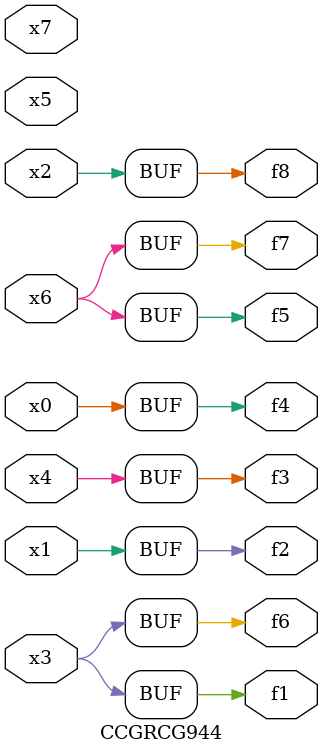
<source format=v>
module CCGRCG944(
	input x0, x1, x2, x3, x4, x5, x6, x7,
	output f1, f2, f3, f4, f5, f6, f7, f8
);
	assign f1 = x3;
	assign f2 = x1;
	assign f3 = x4;
	assign f4 = x0;
	assign f5 = x6;
	assign f6 = x3;
	assign f7 = x6;
	assign f8 = x2;
endmodule

</source>
